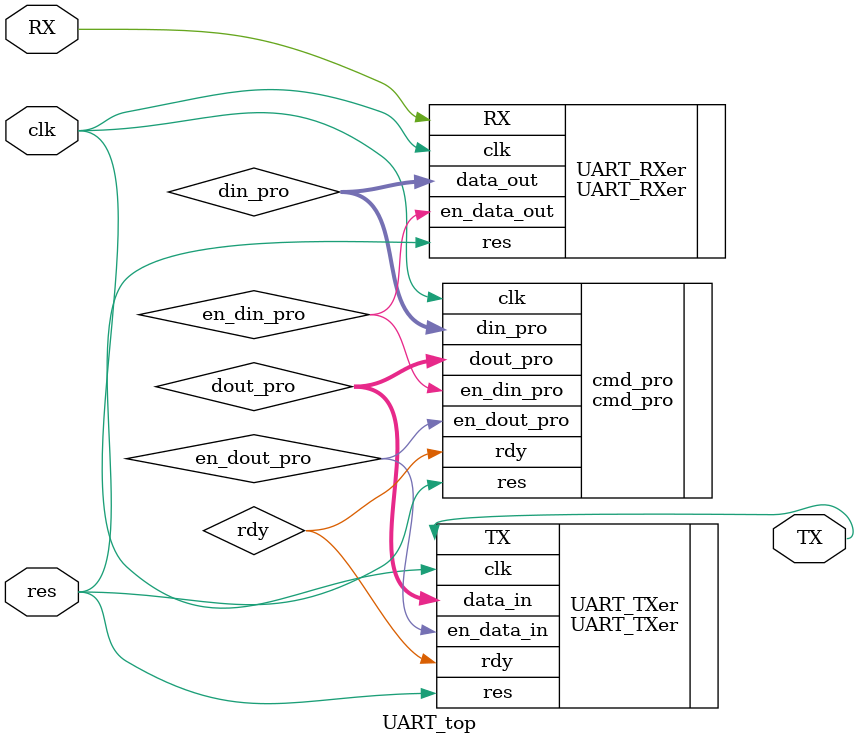
<source format=v>


`timescale 1ns/10ps
module UART_top(

                 clk,
                 res,
                 RX,
                 TX
);
 
 input           clk;
 input           res;
 input           RX;
 output          TX;


wire[7:0]        din_pro;
wire             en_din_pro;
wire[7:0]        dout_pro;
wire             en_dout_pro;
wire             rdy;


UART_RXer  UART_RXer(
                      .clk(clk),
                      .res(res),
                      .RX(RX),
                      .data_out(din_pro),
                      .en_data_out(en_din_pro)
                  ); 


UART_TXer  UART_TXer(
                      .clk(clk),
                      .res(res),
                      .data_in(dout_pro),
                      .en_data_in(en_dout_pro),
                      .TX(TX),
                      .rdy(rdy)
                  );

cmd_pro  cmd_pro(
                
                .clk(clk),
                .res(res),          
                .din_pro(din_pro),
                .en_din_pro(en_din_pro),
                .dout_pro(dout_pro),
                .en_dout_pro(en_dout_pro),
                .rdy(rdy)
                  );


endmodule
</source>
